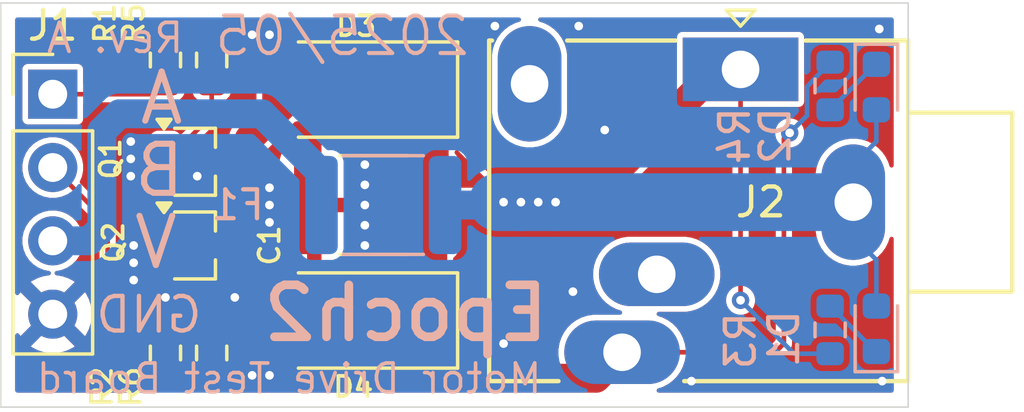
<source format=kicad_pcb>
(kicad_pcb (version 20241229) (generator "pcbnew") (generator_version "9.0")
  (layers (0 "F.Cu" signal) (2 "B.Cu" signal) (13 "F.Paste" user) (15 "B.Paste" user) (5 "F.SilkS" user "F.Silkscreen") (7 "B.SilkS" user "B.Silkscreen") (1 "F.Mask" user) (3 "B.Mask" user) (25 "Edge.Cuts" user))
  (net 0 "")
  (net 1 "Net-(D1-A)")
  (net 2 "GND")
  (net 3 "Net-(D1-K)")
  (net 4 "Net-(D2-K)")
  (net 5 "Net-(D3-A)")
  (net 6 "Net-(D4-A)")
  (net 7 "Net-(J1-Pin_3)")
  (net 8 "Net-(J1-Pin_1)")
  (net 9 "Net-(J1-Pin_2)")
  (net 11 "Net-(Q1-G)")
  (net 12 "Net-(Q2-G)")
  (footprint "Package_TO_SOT_SMD:SOT-323_SC-70" (layer "F.Cu") (at 149.4 89.5)
    (property "Reference" "Q1" (at -2.9 -0.1 90) (layer "F.SilkS") (effects (font (size 0.7 0.7) (thickness 0.1275) (bold yes))))
    (property "Value" "Si1308EDL" (hide yes))
    (fp_line (start -0.68 -1.16) (end 0.73 -1.16) (stroke (width 0.12)) (layer "F.SilkS"))
    (fp_line (start -0.68 1.16) (end 0.73 1.16) (stroke (width 0.12)) (layer "F.SilkS"))
    (fp_line (start 0.73 -1.16) (end 0.73 -0.5) (stroke (width 0.12)) (layer "F.SilkS"))
    (fp_line (start 0.73 0.5) (end 0.73 1.16) (stroke (width 0.12)) (layer "F.SilkS"))
    (fp_poly (pts (xy -1.05 -1.14) (xy -1.29 -1.47) (xy -0.81 -1.47) (xy -1.05 -1.14)) (stroke (width 0.12)) (fill yes) (layer "F.SilkS"))
    (pad "1" smd roundrect (at -1 -0.65 270) (size 0.45 0.7) (layers "F.Cu" "F.Mask" "F.Paste") (net 11 "Net-(Q1-G)"))
    (pad "2" smd roundrect (at -1 0.65 270) (size 0.45 0.7) (layers "F.Cu" "F.Mask" "F.Paste") (net 2 "GND"))
    (pad "3" smd roundrect (at 1 0 270) (size 0.45 0.7) (layers "F.Cu" "F.Mask" "F.Paste") (net 5 "Net-(D3-A)"))
  )
  (footprint "Capacitor_SMD:C_1812_4532Metric" (layer "F.Cu") (at 155.6 91 180)
    (property "Reference" "C1" (at 3.6 -1.4 270) (layer "F.SilkS") (effects (font (size 0.7 0.7) (thickness 0.1275) (bold yes))))
    (property "Value" "22uF / 16V" (hide yes))
    (fp_line (start -1.161252 1.71) (end 1.161252 1.71) (stroke (width 0.12)) (layer "F.SilkS"))
    (fp_line (start -1.161252 -1.71) (end 1.161252 -1.71) (stroke (width 0.12)) (layer "F.SilkS"))
    (pad "1" smd roundrect (at -2.05 0 180) (size 1.4 3.4) (layers "F.Cu" "F.Mask" "F.Paste") (roundrect_rratio 0.178571) (net 1 "Net-(D1-A)"))
    (pad "2" smd roundrect (at 2.05 0 180) (size 1.4 3.4) (layers "F.Cu" "F.Mask" "F.Paste") (roundrect_rratio 0.178571) (net 2 "GND"))
  )
  (footprint "Resistor_SMD:R_0603_1608Metric" (layer "F.Cu") (at 148.4 85.975 90)
    (property "Reference" "R1" (at 1.275 -2.1 90) (layer "F.SilkS") (effects (font (size 0.7 0.7) (thickness 0.127) (bold yes))))
    (property "Value" "220R" (hide yes))
    (fp_line (start -0.237258 -0.5225) (end 0.237258 -0.5225) (stroke (width 0.12)) (layer "F.SilkS"))
    (fp_line (start -0.237258 0.5225) (end 0.237258 0.5225) (stroke (width 0.12)) (layer "F.SilkS"))
    (pad "1" smd roundrect (at -0.825 0 90) (size 0.8 0.95) (layers "F.Cu" "F.Mask" "F.Paste") (net 8 "Net-(J1-Pin_1)"))
    (pad "2" smd roundrect (at 0.825 0 90) (size 0.8 0.95) (layers "F.Cu" "F.Mask" "F.Paste") (net 11 "Net-(Q1-G)"))
  )
  (footprint "Diode_SMD:D_SMA" (layer "F.Cu") (at 155 95 180)
    (property "Reference" "D4" (at 0.1 -2.3 0) (layer "F.SilkS") (effects (font (size 0.7 0.7) (thickness 0.1275) (bold yes))))
    (property "Value" "NRVA4007T3G" (hide yes))
    (fp_line (start -3.51 1.65) (end 2 1.65) (stroke (width 0.12)) (layer "F.SilkS"))
    (fp_line (start -3.51 -1.65) (end 2 -1.65) (stroke (width 0.12)) (layer "F.SilkS"))
    (fp_line (start -3.51 -1.65) (end -3.51 1.65) (stroke (width 0.12)) (layer "F.SilkS"))
    (pad "1" smd roundrect (at -2 0 180) (size 2.5 1.8) (layers "F.Cu" "F.Mask" "F.Paste") (roundrect_rratio 0.1388888889) (net 1 "Net-(D1-A)"))
    (pad "2" smd roundrect (at 2 0 180) (size 2.5 1.8) (layers "F.Cu" "F.Mask" "F.Paste") (roundrect_rratio 0.1388888889) (net 6 "Net-(D4-A)"))
  )
  (footprint "Resistor_SMD:R_0603_1608Metric" (layer "F.Cu") (at 148.4 96.125 -90)
    (property "Reference" "R2" (at 1.175 2.2 90) (layer "F.SilkS") (effects (font (size 0.7 0.7) (thickness 0.127) (bold yes))))
    (property "Value" "220R" (hide yes))
    (fp_line (start -0.237258 0.5225) (end 0.237258 0.5225) (stroke (width 0.12)) (layer "F.SilkS"))
    (fp_line (start -0.237258 -0.5225) (end 0.237258 -0.5225) (stroke (width 0.12)) (layer "F.SilkS"))
    (pad "1" smd roundrect (at -0.825 0 270) (size 0.8 0.95) (layers "F.Cu" "F.Mask" "F.Paste") (net 9 "Net-(J1-Pin_2)"))
    (pad "2" smd roundrect (at 0.825 0 270) (size 0.8 0.95) (layers "F.Cu" "F.Mask" "F.Paste") (net 12 "Net-(Q2-G)"))
  )
  (footprint "Package_TO_SOT_SMD:SOT-323_SC-70" (layer "F.Cu") (at 149.4 92.4)
    (property "Reference" "Q2" (at -2.8 -0.105 270) (layer "F.SilkS") (effects (font (size 0.7 0.7) (thickness 0.1275) (bold yes))))
    (property "Value" "Si1308EDL" (hide yes))
    (fp_line (start -0.68 -1.16) (end 0.73 -1.16) (stroke (width 0.12)) (layer "F.SilkS"))
    (fp_line (start -0.68 1.16) (end 0.73 1.16) (stroke (width 0.12)) (layer "F.SilkS"))
    (fp_line (start 0.73 -1.16) (end 0.73 -0.5) (stroke (width 0.12)) (layer "F.SilkS"))
    (fp_line (start 0.73 0.5) (end 0.73 1.16) (stroke (width 0.12)) (layer "F.SilkS"))
    (fp_poly (pts (xy -1.05 -1.14) (xy -1.29 -1.47) (xy -0.81 -1.47) (xy -1.05 -1.14)) (stroke (width 0.12)) (fill yes) (layer "F.SilkS"))
    (pad "1" smd roundrect (at -1 -0.65 270) (size 0.45 0.7) (layers "F.Cu" "F.Mask" "F.Paste") (net 12 "Net-(Q2-G)"))
    (pad "2" smd roundrect (at -1 0.65 270) (size 0.45 0.7) (layers "F.Cu" "F.Mask" "F.Paste") (net 2 "GND"))
    (pad "3" smd roundrect (at 1 0 270) (size 0.45 0.7) (layers "F.Cu" "F.Mask" "F.Paste") (net 6 "Net-(D4-A)"))
  )
  (footprint "Connector_PinHeader_2.54mm:PinHeader_1x04_P2.54mm_Vertical" (layer "F.Cu") (at 144.5 87.16)
    (property "Reference" "J1" (at 0 -2.38 0) (layer "F.SilkS"))
    (property "Value" "Conn_01x04_Pin" (hide yes))
    (fp_line (start -1.38 -1.38) (end 0 -1.38) (stroke (width 0.12)) (layer "F.SilkS"))
    (fp_line (start -1.38 0) (end -1.38 -1.38) (stroke (width 0.12)) (layer "F.SilkS"))
    (fp_line (start -1.38 1.27) (end -1.38 9) (stroke (width 0.12)) (layer "F.SilkS"))
    (fp_line (start -1.38 1.27) (end 1.38 1.27) (stroke (width 0.12)) (layer "F.SilkS"))
    (fp_line (start -1.38 9) (end 1.38 9) (stroke (width 0.12)) (layer "F.SilkS"))
    (fp_line (start 1.38 1.27) (end 1.38 9) (stroke (width 0.12)) (layer "F.SilkS"))
    (pad "1" thru_hole rect (at 0 0) (size 1.7 1.7) (drill 1) (layers "*.Cu" "*.Mask") (net 8 "Net-(J1-Pin_1)"))
    (pad "2" thru_hole circle (at 0 2.54) (size 1.7 1.7) (drill 1) (layers "*.Cu" "*.Mask") (net 9 "Net-(J1-Pin_2)"))
    (pad "3" thru_hole circle (at 0 5.08) (size 1.7 1.7) (drill 1) (layers "*.Cu" "*.Mask") (net 7 "Net-(J1-Pin_3)"))
    (pad "4" thru_hole circle (at 0 7.62) (size 1.7 1.7) (drill 1) (layers "*.Cu" "*.Mask") (net 2 "GND"))
  )
  (footprint "Connector_Audio:Jack_3.5mm_Ledino_KB3SPRS_Horizontal" (layer "F.Cu") (at 168.3 86.3 180)
    (property "Reference" "J2" (at -0.7 -4.6 0) (layer "F.SilkS"))
    (property "Value" "Jack - Tayda A-4780" (hide yes))
    (fp_line (start 8.7 1) (end 8.6 1) (stroke (width 0.15)) (layer "F.SilkS"))
    (fp_line (start 8.7 -10.8) (end 8.7 1) (stroke (width 0.15)) (layer "F.SilkS"))
    (fp_line (start 6.3 -10.8) (end 8.7 -10.8) (stroke (width 0.15)) (layer "F.SilkS"))
    (fp_line (start 6 1) (end 2.25 1) (stroke (width 0.15)) (layer "F.SilkS"))
    (fp_line (start 0.5 2.05) (end 0 1.5) (stroke (width 0.12)) (layer "F.SilkS"))
    (fp_line (start 0 1.5) (end -0.5 2.05) (stroke (width 0.12)) (layer "F.SilkS"))
    (fp_line (start -0.5 2.05) (end 0.5 2.05) (stroke (width 0.12)) (layer "F.SilkS"))
    (fp_line (start -2.25 1) (end -5.8 1) (stroke (width 0.15)) (layer "F.SilkS"))
    (fp_line (start -5.8 1) (end -5.8 -10.8) (stroke (width 0.15)) (layer "F.SilkS"))
    (fp_line (start -5.8 -7.7) (end -9.4 -7.7) (stroke (width 0.15)) (layer "F.SilkS"))
    (fp_line (start -5.8 -10.8) (end 1.95 -10.8) (stroke (width 0.15)) (layer "F.SilkS"))
    (fp_line (start -9.4 -1.5) (end -5.8 -1.5) (stroke (width 0.15)) (layer "F.SilkS"))
    (fp_line (start -9.4 -7.7) (end -9.4 -1.5) (stroke (width 0.15)) (layer "F.SilkS"))
    (pad "R" thru_hole oval (at 4.1 -9.8 180) (size 4 2.2) (drill 1.3) (layers "*.Cu" "*.Mask") (net 6 "Net-(D4-A)"))
    (pad "RN" thru_hole oval (at 2.9 -7.1 180) (size 4 2.2) (drill 1.3) (layers "*.Cu" "*.Mask"))
    (pad "S" thru_hole oval (at -3.9 -4.6 180) (size 2.2 4) (drill 1.3) (layers "*.Cu" "*.Mask") (net 1 "Net-(D1-A)"))
    (pad "T" thru_hole rect (at 0 0 180) (size 4 2.2) (drill 1.3) (layers "*.Cu" "*.Mask") (net 5 "Net-(D3-A)"))
    (pad "TN" thru_hole oval (at 7.3 -0.5 270) (size 4 2.2) (drill 1.3) (layers "*.Cu" "*.Mask"))
  )
  (footprint "Diode_SMD:D_SMA" (layer "F.Cu") (at 155 87 180)
    (property "Reference" "D3" (at 0 2.2 0) (layer "F.SilkS") (effects (font (size 0.7 0.7) (thickness 0.1275) (bold yes))))
    (property "Value" "NRVA4007T3G" (hide yes))
    (fp_line (start -3.51 1.65) (end 2 1.65) (stroke (width 0.12)) (layer "F.SilkS"))
    (fp_line (start -3.51 -1.65) (end 2 -1.65) (stroke (width 0.12)) (layer "F.SilkS"))
    (fp_line (start -3.51 -1.65) (end -3.51 1.65) (stroke (width 0.12)) (layer "F.SilkS"))
    (pad "1" smd roundrect (at -2 0 180) (size 2.5 1.8) (layers "F.Cu" "F.Mask" "F.Paste") (roundrect_rratio 0.1388888889) (net 1 "Net-(D1-A)"))
    (pad "2" smd roundrect (at 2 0 180) (size 2.5 1.8) (layers "F.Cu" "F.Mask" "F.Paste") (roundrect_rratio 0.1388888889) (net 5 "Net-(D3-A)"))
  )
  (footprint "Resistor_SMD:R_0603_1608Metric" (layer "F.Cu") (at 150 96.125 -90)
    (property "Reference" "R6" (at 1.175 2.8 90) (layer "F.SilkS") (effects (font (size 0.7 0.7) (thickness 0.127) (bold yes))))
    (property "Value" "100K")
    (fp_line (start -0.237258 0.5225) (end 0.237258 0.5225) (stroke (width 0.12)) (layer "F.SilkS"))
    (fp_line (start -0.237258 -0.5225) (end 0.237258 -0.5225) (stroke (width 0.12)) (layer "F.SilkS"))
    (pad "1" smd roundrect (at -0.825 0 270) (size 0.8 0.95) (layers "F.Cu" "F.Mask" "F.Paste") (net 12 "Net-(Q2-G)"))
    (pad "2" smd roundrect (at 0.825 0 270) (size 0.8 0.95) (layers "F.Cu" "F.Mask" "F.Paste") (net 2 "GND"))
  )
  (footprint "Resistor_SMD:R_0603_1608Metric" (layer "F.Cu") (at 150 85.975 90)
    (property "Reference" "R5" (at 1.275 -2.7 90) (layer "F.SilkS") (effects (font (size 0.7 0.7) (thickness 0.127) (bold yes))))
    (property "Value" "100K" (hide yes))
    (fp_line (start -0.237258 -0.5225) (end 0.237258 -0.5225) (stroke (width 0.12)) (layer "F.SilkS"))
    (fp_line (start -0.237258 0.5225) (end 0.237258 0.5225) (stroke (width 0.12)) (layer "F.SilkS"))
    (pad "1" smd roundrect (at -0.825 0 90) (size 0.8 0.95) (layers "F.Cu" "F.Mask" "F.Paste") (net 11 "Net-(Q1-G)"))
    (pad "2" smd roundrect (at 0.825 0 90) (size 0.8 0.95) (layers "F.Cu" "F.Mask" "F.Paste") (net 2 "GND"))
  )
  (footprint "Resistor_SMD:R_0603_1608Metric" (layer "B.Cu") (at 171.4 86.875 90)
    (property "Reference" "R4" (at -1.725 -3.3 90) (layer "B.SilkS") (effects (justify mirror)))
    (property "Value" "220R" (hide yes))
    (fp_line (start -0.237258 -0.5225) (end 0.237258 -0.5225) (stroke (width 0.12)) (layer "B.SilkS"))
    (fp_line (start -0.237258 0.5225) (end 0.237258 0.5225) (stroke (width 0.12)) (layer "B.SilkS"))
    (pad "1" smd roundrect (at -0.825 0 90) (size 0.8 0.95) (layers "B.Cu" "B.Mask" "B.Paste") (net 4 "Net-(D2-K)"))
    (pad "2" smd roundrect (at 0.825 0 90) (size 0.8 0.95) (layers "B.Cu" "B.Mask" "B.Paste") (net 6 "Net-(D4-A)"))
  )
  (footprint "Resistor_SMD:R_0603_1608Metric" (layer "B.Cu") (at 171.4 95.325 -90)
    (property "Reference" "R3" (at 0.375 3.1 90) (layer "B.SilkS") (effects (justify mirror)))
    (property "Value" "220R" (hide yes))
    (fp_line (start -0.237258 0.5225) (end 0.237258 0.5225) (stroke (width 0.12)) (layer "B.SilkS"))
    (fp_line (start -0.237258 -0.5225) (end 0.237258 -0.5225) (stroke (width 0.12)) (layer "B.SilkS"))
    (pad "1" smd roundrect (at -0.825 0 270) (size 0.8 0.95) (layers "B.Cu" "B.Mask" "B.Paste") (net 3 "Net-(D1-K)"))
    (pad "2" smd roundrect (at 0.825 0 270) (size 0.8 0.95) (layers "B.Cu" "B.Mask" "B.Paste") (net 5 "Net-(D3-A)"))
  )
  (footprint "LED_SMD:LED_0603_1608Metric" (layer "B.Cu") (at 173 86.9125 -90)
    (property "Reference" "D2" (at 1.6875 3.5 90) (layer "B.SilkS") (effects (justify mirror)))
    (property "Value" "GRN" (hide yes))
    (fp_line (start -1.485 0.735) (end -1.485 -0.735) (stroke (width 0.12)) (layer "B.SilkS"))
    (fp_line (start 0.8 0.735) (end -1.485 0.735) (stroke (width 0.12)) (layer "B.SilkS"))
    (fp_line (start -1.485 -0.735) (end 0.8 -0.735) (stroke (width 0.12)) (layer "B.SilkS"))
    (pad "1" smd roundrect (at -0.7875 0 270) (size 0.875 0.95) (layers "B.Cu" "B.Mask" "B.Paste") (net 4 "Net-(D2-K)"))
    (pad "2" smd roundrect (at 0.7875 0 270) (size 0.875 0.95) (layers "B.Cu" "B.Mask" "B.Paste") (net 1 "Net-(D1-A)"))
  )
  (footprint "Resistor_SMD:R_1812_4532Metric" (layer "B.Cu") (at 155.9375 91)
    (property "Reference" "F1" (at -5.0375 0 0) (layer "B.SilkS") (effects (justify mirror)))
    (property "Value" "MF-MSMF075" (hide yes))
    (fp_line (start -1.386252 -1.71) (end 1.386252 -1.71) (stroke (width 0.12)) (layer "B.SilkS"))
    (fp_line (start -1.386252 1.71) (end 1.386252 1.71) (stroke (width 0.12)) (layer "B.SilkS"))
    (pad "1" smd roundrect (at -2.1375 0) (size 1.125 3.4) (layers "B.Cu" "B.Mask" "B.Paste") (roundrect_rratio 0.222222) (net 7 "Net-(J1-Pin_3)"))
    (pad "2" smd roundrect (at 2.1375 0) (size 1.125 3.4) (layers "B.Cu" "B.Mask" "B.Paste") (roundrect_rratio 0.222222) (net 1 "Net-(D1-A)"))
  )
  (footprint "LED_SMD:LED_0603_1608Metric" (layer "B.Cu") (at 173 95.2875 90)
    (property "Reference" "D1" (at -0.3425 -3.2 90) (layer "B.SilkS") (effects (justify mirror)))
    (property "Value" "GRN" (hide yes))
    (fp_line (start -1.485 -0.735) (end 0.8 -0.735) (stroke (width 0.12)) (layer "B.SilkS"))
    (fp_line (start 0.8 0.735) (end -1.485 0.735) (stroke (width 0.12)) (layer "B.SilkS"))
    (fp_line (start -1.485 0.735) (end -1.485 -0.735) (stroke (width 0.12)) (layer "B.SilkS"))
    (pad "1" smd roundrect (at -0.7875 0 90) (size 0.875 0.95) (layers "B.Cu" "B.Mask" "B.Paste") (net 3 "Net-(D1-K)"))
    (pad "2" smd roundrect (at 0.7875 0 90) (size 0.875 0.95) (layers "B.Cu" "B.Mask" "B.Paste") (net 1 "Net-(D1-A)"))
  )
  (gr_line (start 174.1 84) (end 174.1 98) (stroke (width 0.05)) (layer "Edge.Cuts"))
  (gr_line (start 142.7 84) (end 174.1 84) (stroke (width 0.05)) (layer "Edge.Cuts"))
  (gr_line (start 142.7 98) (end 142.7 84) (stroke (width 0.05)) (layer "Edge.Cuts"))
  (gr_line (start 174.1 98) (end 142.7 98) (stroke (width 0.05)) (layer "Edge.Cuts"))
  (gr_text "2025/05" (at 159 85.9 0) (layer "B.SilkS") (effects (font (size 1.3 1.3) (thickness 0.14)) (justify left bottom mirror)))
  (gr_text "Motor Drive Test Board" (at 161.5 97.6 0) (layer "B.SilkS") (effects (font (size 1 1) (thickness 0.127)) (justify left bottom mirror)))
  (gr_text "Rev. A" (at 149.1 85.8 0) (layer "B.SilkS") (effects (font (size 1 1) (thickness 0.13)) (justify left bottom mirror)))
  (gr_text "GND" (at 145.9 94.8 0) (layer "B.SilkS") (effects (font (size 1.2 1.2)) (justify right mirror)))
  (gr_text "V" (at 147.2 92.3 0) (layer "B.SilkS") (effects (font (size 1.7 1.7) (thickness 0.2125)) (justify right mirror)))
  (gr_text "A" (at 147.4 87.3 0) (layer "B.SilkS") (effects (font (size 1.7 1.7) (thickness 0.2125)) (justify right mirror)))
  (gr_text "B" (at 147.2 89.8 0) (layer "B.SilkS") (effects (font (size 1.7 1.7) (thickness 0.2125)) (justify right mirror)))
  (gr_text "Epoch2" (at 161.8 95.8 0) (layer "B.SilkS") (effects (font (size 1.8 1.8) (thickness 0.3) (bold yes)) (justify left bottom mirror)))
  (segment (start 157 87) (end 157.7 87.7) (width 1) (layer "F.Cu") (net 1))
  (segment (start 157.7 90.95) (end 157.65 91) (width 1) (layer "F.Cu") (net 1))
  (segment (start 157.7 93.6) (end 157.65 93.55) (width 1) (layer "F.Cu") (net 1))
  (segment (start 161.9 90.9) (end 161.3 90.9) (width 0.6) (layer "F.Cu") (net 1))
  (segment (start 160.1 90.9) (end 157.75 90.9) (width 0.6) (layer "F.Cu") (net 1))
  (segment (start 161.3 90.9) (end 160.7 90.9) (width 0.6) (layer "F.Cu") (net 1))
  (segment (start 157.65 93.55) (end 157.65 91) (width 1) (layer "F.Cu") (net 1))
  (segment (start 157.7 94.3) (end 157.7 93.6) (width 1) (layer "F.Cu") (net 1))
  (segment (start 160.7 90.9) (end 160.1 90.9) (width 0.6) (layer "F.Cu") (net 1))
  (segment (start 157.7 87.7) (end 157.7 90.95) (width 1) (layer "F.Cu") (net 1))
  (segment (start 157 95) (end 157.7 94.3) (width 1) (layer "F.Cu") (net 1))
  (segment (start 157.75 90.9) (end 157.65 91) (width 0.6) (layer "F.Cu") (net 1))
  (via (at 160.1 90.9) (size 0.6) (drill 0.3) (layers "F.Cu" "B.Cu") (net 1))
  (via (at 161.3 90.9) (size 0.6) (drill 0.3) (layers "F.Cu" "B.Cu") (net 1))
  (via (at 161.9 90.9) (size 0.6) (drill 0.3) (layers "F.Cu" "B.Cu") (net 1))
  (via (at 160.7 90.9) (size 0.6) (drill 0.3) (layers "F.Cu" "B.Cu") (net 1))
  (segment (start 160.1 90.9) (end 158.175 90.9) (width 0.6) (layer "B.Cu") (net 1))
  (segment (start 161.9 90.9) (end 160.7 90.9) (width 2) (layer "B.Cu") (net 1))
  (segment (start 159.8 91) (end 159.9 90.9) (width 1) (layer "B.Cu") (net 1))
  (segment (start 172.2 92.1) (end 172.2 90.9) (width 0.16) (layer "B.Cu") (net 1))
  (segment (start 173 88.8) (end 172.2 89.6) (width 0.16) (layer "B.Cu") (net 1))
  (segment (start 161.9 90.9) (end 172.2 90.9) (width 2) (layer "B.Cu") (net 1))
  (segment (start 159.9 90.9) (end 160.7 90.9) (width 2) (layer "B.Cu") (net 1))
  (segment (start 158.075 91) (end 159.8 91) (width 1) (layer "B.Cu") (net 1))
  (segment (start 173 94.5) (end 173 92.9) (width 0.16) (layer "B.Cu") (net 1))
  (segment (start 173 92.9) (end 172.2 92.1) (width 0.16) (layer "B.Cu") (net 1))
  (segment (start 172.2 89.6) (end 172.2 90.9) (width 0.16) (layer "B.Cu") (net 1))
  (segment (start 158.175 90.9) (end 158.075 91) (width 0.6) (layer "B.Cu") (net 1))
  (segment (start 173 87.7) (end 173 88.8) (width 0.16) (layer "B.Cu") (net 1))
  (via (at 155.3 91.7) (size 0.6) (drill 0.3) (layers "F.Cu" "B.Cu") (net 2))
  (via (at 162.5 94) (size 0.6) (drill 0.3) (layers "F.Cu" "B.Cu") (net 2))
  (via (at 147.2 88.8) (size 0.6) (drill 0.3) (layers "F.Cu" "B.Cu") (net 2))
  (via (at 152 85.1) (size 0.6) (drill 0.3) (layers "F.Cu" "B.Cu") (net 2))
  (via (at 148.4 94.2) (size 0.6) (drill 0.3) (layers "F.Cu" "B.Cu") (net 2))
  (via (at 155.3 92.4) (size 0.6) (drill 0.3) (layers "F.Cu" "B.Cu") (net 2))
  (via (at 147.3 93.6) (size 0.6) (drill 0.3) (layers "F.Cu" "B.Cu") (net 2))
  (via (at 151.4 85.1) (size 0.6) (drill 0.3) (layers "F.Cu" "B.Cu") (net 2))
  (via (at 152 91) (size 0.6) (drill 0.3) (layers "F.Cu" "B.Cu") (net 2))
  (via (at 152 90.4) (size 0.6) (drill 0.3) (layers "F.Cu" "B.Cu") (net 2))
  (via (at 173.2 97.1) (size 0.6) (drill 0.3) (layers "F.Cu" "B.Cu") (net 2))
  (via (at 150.8 94.2) (size 0.6) (drill 0.3) (layers "F.Cu" "B.Cu") (net 2))
  (via (at 162.7 84.8) (size 0.6) (drill 0.3) (layers "F.Cu" "B.Cu") (net 2))
  (via (at 147.3 93) (size 0.6) (drill 0.3) (layers "F.Cu" "B.Cu") (net 2))
  (via (at 155.3 90.3) (size 0.6) (drill 0.3) (layers "F.Cu" "B.Cu") (net 2))
  (via (at 159.8 84.8) (size 0.6) (drill 0.3) (layers "F.Cu" "B.Cu") (net 2))
  (via (at 147.2 89.4) (size 0.6) (drill 0.3) (layers "F.Cu" "B.Cu") (net 2))
  (via (at 152 96.9) (size 0.6) (drill 0.3) (layers "F.Cu" "B.Cu") (net 2))
  (via (at 163.6 88.4) (size 0.6) (drill 0.3) (layers "F.Cu" "B.Cu") (net 2))
  (via (at 166.6 97.1) (size 0.6) (drill 0.3) (layers "F.Cu" "B.Cu") (net 2))
  (via (at 155.3 89.6) (size 0.6) (drill 0.3) (layers "F.Cu" "B.Cu") (net 2))
  (via (at 160.1 95.8) (size 0.6) (drill 0.3) (layers "F.Cu" "B.Cu") (net 2))
  (via (at 152 91.6) (size 0.6) (drill 0.3) (layers "F.Cu" "B.Cu") (net 2))
  (via (at 147.2 90) (size 0.6) (drill 0.3) (layers "F.Cu" "B.Cu") (net 2))
  (via (at 173.1 84.9) (size 0.6) (drill 0.3) (layers "F.Cu" "B.Cu") (net 2))
  (via (at 151.4 96.9) (size 0.6) (drill 0.3) (layers "F.Cu" "B.Cu") (net 2))
  (via (at 149.5 90) (size 0.6) (drill 0.3) (layers "F.Cu" "B.Cu") (net 2))
  (via (at 147.3 92.4) (size 0.6) (drill 0.3) (layers "F.Cu" "B.Cu") (net 2))
  (via (at 155.3 91) (size 0.6) (drill 0.3) (layers "F.Cu" "B.Cu") (net 2))
  (segment (start 172.975 96.075) (end 173 96.075) (width 0.16) (layer "B.Cu") (net 3))
  (segment (start 171.4 94.5) (end 172.975 96.075) (width 0.16) (layer "B.Cu") (net 3))
  (segment (start 173 86.125) (end 172.975 86.125) (width 0.16) (layer "B.Cu") (net 4))
  (segment (start 172.975 86.125) (end 171.4 87.7) (width 0.16) (layer "B.Cu") (net 4))
  (segment (start 159 88.6) (end 159.9 89.5) (width 1) (layer "F.Cu") (net 5))
  (segment (start 153 87) (end 154.8 85.2) (width 1) (layer "F.Cu") (net 5))
  (segment (start 168.3 94.3) (end 168.3 86.3) (width 0.16) (layer "F.Cu") (net 5))
  (segment (start 167.5 86.3) (end 168.3 86.3) (width 1) (layer "F.Cu") (net 5))
  (segment (start 153 87) (end 151.3 88.7) (width 1) (layer "F.Cu") (net 5))
  (segment (start 158.5 85.2) (end 159 85.7) (width 1) (layer "F.Cu") (net 5))
  (segment (start 159 85.7) (end 159 88.6) (width 1) (layer "F.Cu") (net 5))
  (segment (start 154.8 85.2) (end 158.5 85.2) (width 1) (layer "F.Cu") (net 5))
  (segment (start 151.3 88.7) (end 151.2 88.7) (width 0.3) (layer "F.Cu") (net 5))
  (segment (start 151.2 88.7) (end 150.4 89.5) (width 0.3) (layer "F.Cu") (net 5))
  (segment (start 164.3 89.5) (end 167.5 86.3) (width 1) (layer "F.Cu") (net 5))
  (segment (start 159.9 89.5) (end 164.3 89.5) (width 1) (layer "F.Cu") (net 5))
  (via (at 168.3 94.3) (size 0.6) (drill 0.3) (layers "F.Cu" "B.Cu") (net 5))
  (segment (start 168.3 94.3) (end 170.15 96.15) (width 0.16) (layer "B.Cu") (net 5))
  (segment (start 170.15 96.15) (end 171.4 96.15) (width 0.16) (layer "B.Cu") (net 5))
  (segment (start 169.5 96.1) (end 169.8 95.8) (width 0.16) (layer "F.Cu") (net 6))
  (segment (start 153 95) (end 150.4 92.4) (width 0.3) (layer "F.Cu") (net 6))
  (segment (start 163.3 97) (end 164.2 96.1) (width 1) (layer "F.Cu") (net 6))
  (segment (start 153 95) (end 154.999 96.999) (width 1) (layer "F.Cu") (net 6))
  (segment (start 154.999 96.999) (end 161.199 96.999) (width 1) (layer "F.Cu") (net 6))
  (segment (start 161.199 96.999) (end 161.2 97) (width 1) (layer "F.Cu") (net 6))
  (segment (start 164.2 96.1) (end 169.5 96.1) (width 0.16) (layer "F.Cu") (net 6))
  (segment (start 161.2 97) (end 163.3 97) (width 1) (layer "F.Cu") (net 6))
  (segment (start 169.8 95.8) (end 169.8 88.7) (width 0.16) (layer "F.Cu") (net 6))
  (segment (start 169.8 88.7) (end 170 88.5) (width 0.16) (layer "F.Cu") (net 6))
  (via (at 170 88.5) (size 0.6) (drill 0.3) (layers "F.Cu" "B.Cu") (net 6))
  (segment (start 170.6 87.9) (end 170 88.5) (width 0.16) (layer "B.Cu") (net 6))
  (segment (start 171.4 86.05) (end 170.6 86.9) (width 0.16) (layer "B.Cu") (net 6))
  (segment (start 170.6 86.9) (end 170.6 87.9) (width 0.16) (layer "B.Cu") (net 6))
  (segment (start 153.8 89.9) (end 153.8 91) (width 1) (layer "B.Cu") (net 7))
  (segment (start 146.2 88.44094) (end 146.80194 87.839) (width 1) (layer "B.Cu") (net 7))
  (segment (start 146.80194 87.839) (end 151.739 87.839) (width 1) (layer "B.Cu") (net 7))
  (segment (start 151.739 87.839) (end 153.8 89.9) (width 1) (layer "B.Cu") (net 7))
  (segment (start 146.2 91.8) (end 146.2 88.44094) (width 1) (layer "B.Cu") (net 7))
  (segment (start 145.76 92.24) (end 146.2 91.8) (width 1) (layer "B.Cu") (net 7))
  (segment (start 144.5 92.24) (end 145.76 92.24) (width 1) (layer "B.Cu") (net 7))
  (segment (start 148.04 87.16) (end 148.4 86.8) (width 0.16) (layer "F.Cu") (net 8))
  (segment (start 144.5 87.16) (end 148.04 87.16) (width 0.16) (layer "F.Cu") (net 8))
  (segment (start 146.4 91.6) (end 144.5 89.7) (width 0.16) (layer "F.Cu") (net 9))
  (segment (start 148.4 95.3) (end 147.5 95.3) (width 0.16) (layer "F.Cu") (net 9))
  (segment (start 147.5 95.3) (end 146.4 94.2) (width 0.16) (layer "F.Cu") (net 9))
  (segment (start 146.4 94.2) (end 146.4 91.6) (width 0.16) (layer "F.Cu") (net 9))
  (segment (start 149.05 88.85) (end 150 87.9) (width 0.16) (layer "F.Cu") (net 11))
  (segment (start 148.4 85.15) (end 148.4 85.2) (width 0.16) (layer "F.Cu") (net 11))
  (segment (start 148.4 88.85) (end 149.05 88.85) (width 0.16) (layer "F.Cu") (net 11))
  (segment (start 148.4 85.2) (end 150 86.8) (width 0.16) (layer "F.Cu") (net 11))
  (segment (start 150 87.9) (end 150 86.8) (width 0.16) (layer "F.Cu") (net 11))
  (segment (start 148.4 96.9) (end 150 95.3) (width 0.16) (layer "F.Cu") (net 12))
  (segment (start 150 93.35) (end 150 95.3) (width 0.16) (layer "F.Cu") (net 12))
  (segment (start 148.4 91.75) (end 150 93.35) (width 0.16) (layer "F.Cu") (net 12))
  (segment (start 148.4 96.95) (end 148.4 96.9) (width 0.16) (layer "F.Cu") (net 12))
  (zone (net 2) (net_name "GND") (layers "F.Cu" "B.Cu") (connect_pads (clearance 0.2)) (min_thickness 0.15) (fill yes (thermal_gap 0.5) (thermal_bridge_width 0.5))
    (polygon (pts (xy 142.7 84) (xy 142.7 98) (xy 174.1 98) (xy 174.1 84)))
  )
)
</source>
